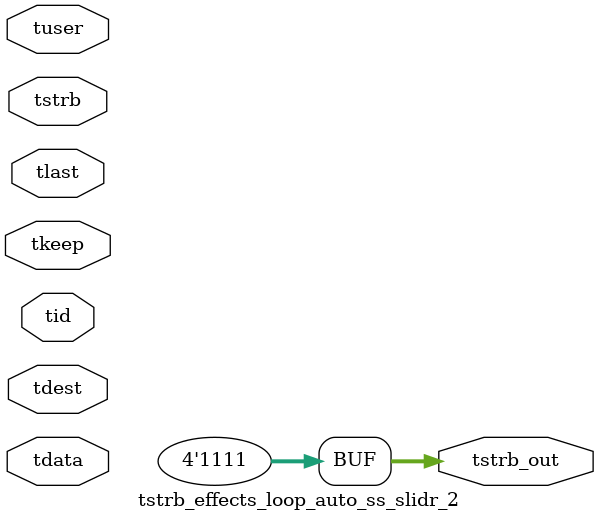
<source format=v>


`timescale 1ps/1ps

module tstrb_effects_loop_auto_ss_slidr_2 #
(
parameter C_S_AXIS_TDATA_WIDTH = 32,
parameter C_S_AXIS_TUSER_WIDTH = 0,
parameter C_S_AXIS_TID_WIDTH   = 0,
parameter C_S_AXIS_TDEST_WIDTH = 0,
parameter C_M_AXIS_TDATA_WIDTH = 32
)
(
input  [(C_S_AXIS_TDATA_WIDTH == 0 ? 1 : C_S_AXIS_TDATA_WIDTH)-1:0     ] tdata,
input  [(C_S_AXIS_TUSER_WIDTH == 0 ? 1 : C_S_AXIS_TUSER_WIDTH)-1:0     ] tuser,
input  [(C_S_AXIS_TID_WIDTH   == 0 ? 1 : C_S_AXIS_TID_WIDTH)-1:0       ] tid,
input  [(C_S_AXIS_TDEST_WIDTH == 0 ? 1 : C_S_AXIS_TDEST_WIDTH)-1:0     ] tdest,
input  [(C_S_AXIS_TDATA_WIDTH/8)-1:0 ] tkeep,
input  [(C_S_AXIS_TDATA_WIDTH/8)-1:0 ] tstrb,
input                                                                    tlast,
output [(C_M_AXIS_TDATA_WIDTH/8)-1:0 ] tstrb_out
);

assign tstrb_out = {8'b11111111};

endmodule


</source>
